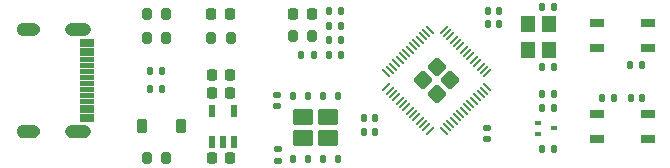
<source format=gtp>
%TF.GenerationSoftware,KiCad,Pcbnew,7.0.10*%
%TF.CreationDate,2024-01-31T11:17:04+08:00*%
%TF.ProjectId,UINIO-MCU-RP2040,55494e49-4f2d-44d4-9355-2d5250323034,Version 1.0.0*%
%TF.SameCoordinates,PX73394ecPY5396ed0*%
%TF.FileFunction,Paste,Top*%
%TF.FilePolarity,Positive*%
%FSLAX46Y46*%
G04 Gerber Fmt 4.6, Leading zero omitted, Abs format (unit mm)*
G04 Created by KiCad (PCBNEW 7.0.10) date 2024-01-31 11:17:04*
%MOMM*%
%LPD*%
G01*
G04 APERTURE LIST*
G04 Aperture macros list*
%AMRoundRect*
0 Rectangle with rounded corners*
0 $1 Rounding radius*
0 $2 $3 $4 $5 $6 $7 $8 $9 X,Y pos of 4 corners*
0 Add a 4 corners polygon primitive as box body*
4,1,4,$2,$3,$4,$5,$6,$7,$8,$9,$2,$3,0*
0 Add four circle primitives for the rounded corners*
1,1,$1+$1,$2,$3*
1,1,$1+$1,$4,$5*
1,1,$1+$1,$6,$7*
1,1,$1+$1,$8,$9*
0 Add four rect primitives between the rounded corners*
20,1,$1+$1,$2,$3,$4,$5,0*
20,1,$1+$1,$4,$5,$6,$7,0*
20,1,$1+$1,$6,$7,$8,$9,0*
20,1,$1+$1,$8,$9,$2,$3,0*%
G04 Aperture macros list end*
%ADD10C,0.120000*%
%ADD11R,1.150000X0.600000*%
%ADD12R,1.150000X0.300000*%
%ADD13RoundRect,0.225000X-0.225000X-0.250000X0.225000X-0.250000X0.225000X0.250000X-0.225000X0.250000X0*%
%ADD14RoundRect,0.135000X-0.135000X-0.185000X0.135000X-0.185000X0.135000X0.185000X-0.135000X0.185000X0*%
%ADD15RoundRect,0.250000X0.615000X-0.435000X0.615000X0.435000X-0.615000X0.435000X-0.615000X-0.435000X0*%
%ADD16RoundRect,0.125000X0.125000X-0.250000X0.125000X0.250000X-0.125000X0.250000X-0.125000X-0.250000X0*%
%ADD17RoundRect,0.140000X-0.170000X0.140000X-0.170000X-0.140000X0.170000X-0.140000X0.170000X0.140000X0*%
%ADD18RoundRect,0.140000X0.140000X0.170000X-0.140000X0.170000X-0.140000X-0.170000X0.140000X-0.170000X0*%
%ADD19RoundRect,0.135000X0.135000X0.185000X-0.135000X0.185000X-0.135000X-0.185000X0.135000X-0.185000X0*%
%ADD20RoundRect,0.135000X-0.185000X0.135000X-0.185000X-0.135000X0.185000X-0.135000X0.185000X0.135000X0*%
%ADD21RoundRect,0.225000X0.225000X0.250000X-0.225000X0.250000X-0.225000X-0.250000X0.225000X-0.250000X0*%
%ADD22R,1.200000X0.650000*%
%ADD23RoundRect,0.249999X0.558616X0.000000X0.000000X0.558616X-0.558616X0.000000X0.000000X-0.558616X0*%
%ADD24RoundRect,0.050000X0.309359X-0.238649X-0.238649X0.309359X-0.309359X0.238649X0.238649X-0.309359X0*%
%ADD25RoundRect,0.050000X0.309359X0.238649X0.238649X0.309359X-0.309359X-0.238649X-0.238649X-0.309359X0*%
%ADD26RoundRect,0.140000X-0.140000X-0.170000X0.140000X-0.170000X0.140000X0.170000X-0.140000X0.170000X0*%
%ADD27R,1.200000X1.400000*%
%ADD28R,0.510000X0.400000*%
%ADD29RoundRect,0.200000X0.200000X0.275000X-0.200000X0.275000X-0.200000X-0.275000X0.200000X-0.275000X0*%
%ADD30RoundRect,0.200000X-0.200000X-0.275000X0.200000X-0.275000X0.200000X0.275000X-0.200000X0.275000X0*%
%ADD31R,0.600000X1.000000*%
%ADD32RoundRect,0.225000X0.225000X0.375000X-0.225000X0.375000X-0.225000X-0.375000X0.225000X-0.375000X0*%
%ADD33RoundRect,0.218750X-0.218750X-0.256250X0.218750X-0.256250X0.218750X0.256250X-0.218750X0.256250X0*%
G04 APERTURE END LIST*
%TO.C,USB1*%
D10*
X2476000Y-9790000D02*
X1326000Y-9790000D01*
X1326000Y-9190000D01*
X2476000Y-9190000D01*
X2476000Y-9790000D01*
G36*
X2476000Y-9790000D02*
G01*
X1326000Y-9790000D01*
X1326000Y-9190000D01*
X2476000Y-9190000D01*
X2476000Y-9790000D01*
G37*
X2476000Y-10590000D02*
X1326000Y-10590000D01*
X1326000Y-9990000D01*
X2476000Y-9990000D01*
X2476000Y-10590000D01*
G36*
X2476000Y-10590000D02*
G01*
X1326000Y-10590000D01*
X1326000Y-9990000D01*
X2476000Y-9990000D01*
X2476000Y-10590000D01*
G37*
X2476000Y-11090000D02*
X1326000Y-11090000D01*
X1326000Y-10790000D01*
X2476000Y-10790000D01*
X2476000Y-11090000D01*
G36*
X2476000Y-11090000D02*
G01*
X1326000Y-11090000D01*
X1326000Y-10790000D01*
X2476000Y-10790000D01*
X2476000Y-11090000D01*
G37*
X2476000Y-11590000D02*
X1326000Y-11590000D01*
X1326000Y-11290000D01*
X2476000Y-11290000D01*
X2476000Y-11590000D01*
G36*
X2476000Y-11590000D02*
G01*
X1326000Y-11590000D01*
X1326000Y-11290000D01*
X2476000Y-11290000D01*
X2476000Y-11590000D01*
G37*
X2476000Y-12090000D02*
X1326000Y-12090000D01*
X1326000Y-11790000D01*
X2476000Y-11790000D01*
X2476000Y-12090000D01*
G36*
X2476000Y-12090000D02*
G01*
X1326000Y-12090000D01*
X1326000Y-11790000D01*
X2476000Y-11790000D01*
X2476000Y-12090000D01*
G37*
X2476000Y-12590000D02*
X1326000Y-12590000D01*
X1326000Y-12290000D01*
X2476000Y-12290000D01*
X2476000Y-12590000D01*
G36*
X2476000Y-12590000D02*
G01*
X1326000Y-12590000D01*
X1326000Y-12290000D01*
X2476000Y-12290000D01*
X2476000Y-12590000D01*
G37*
X2476000Y-13090000D02*
X1326000Y-13090000D01*
X1326000Y-12790000D01*
X2476000Y-12790000D01*
X2476000Y-13090000D01*
G36*
X2476000Y-13090000D02*
G01*
X1326000Y-13090000D01*
X1326000Y-12790000D01*
X2476000Y-12790000D01*
X2476000Y-13090000D01*
G37*
X2476000Y-13590000D02*
X1326000Y-13590000D01*
X1326000Y-13290000D01*
X2476000Y-13290000D01*
X2476000Y-13590000D01*
G36*
X2476000Y-13590000D02*
G01*
X1326000Y-13590000D01*
X1326000Y-13290000D01*
X2476000Y-13290000D01*
X2476000Y-13590000D01*
G37*
X2476000Y-14090000D02*
X1326000Y-14090000D01*
X1326000Y-13790000D01*
X2476000Y-13790000D01*
X2476000Y-14090000D01*
G36*
X2476000Y-14090000D02*
G01*
X1326000Y-14090000D01*
X1326000Y-13790000D01*
X2476000Y-13790000D01*
X2476000Y-14090000D01*
G37*
X2476000Y-14590000D02*
X1326000Y-14590000D01*
X1326000Y-14290000D01*
X2476000Y-14290000D01*
X2476000Y-14590000D01*
G36*
X2476000Y-14590000D02*
G01*
X1326000Y-14590000D01*
X1326000Y-14290000D01*
X2476000Y-14290000D01*
X2476000Y-14590000D01*
G37*
X2476000Y-15390000D02*
X1326000Y-15390000D01*
X1326000Y-14790000D01*
X2476000Y-14790000D01*
X2476000Y-15390000D01*
G36*
X2476000Y-15390000D02*
G01*
X1326000Y-15390000D01*
X1326000Y-14790000D01*
X2476000Y-14790000D01*
X2476000Y-15390000D01*
G37*
X2476000Y-16190000D02*
X1326000Y-16190000D01*
X1326000Y-15590000D01*
X2476000Y-15590000D01*
X2476000Y-16190000D01*
G36*
X2476000Y-16190000D02*
G01*
X1326000Y-16190000D01*
X1326000Y-15590000D01*
X2476000Y-15590000D01*
X2476000Y-16190000D01*
G37*
X1786000Y-7875000D02*
X1880000Y-7903000D01*
X1966000Y-7949000D01*
X2042000Y-8011000D01*
X2104000Y-8087000D01*
X2151000Y-8174000D01*
X2179000Y-8267000D01*
X2189000Y-8365000D01*
X2179000Y-8463000D01*
X2151000Y-8556000D01*
X2104000Y-8643000D01*
X2042000Y-8719000D01*
X1966000Y-8781000D01*
X1880000Y-8827000D01*
X1786000Y-8855000D01*
X1689000Y-8865000D01*
X589000Y-8865000D01*
X491000Y-8855000D01*
X397000Y-8827000D01*
X311000Y-8781000D01*
X235000Y-8719000D01*
X173000Y-8643000D01*
X127000Y-8556000D01*
X98000Y-8463000D01*
X89000Y-8365000D01*
X98000Y-8267000D01*
X127000Y-8174000D01*
X173000Y-8087000D01*
X235000Y-8011000D01*
X311000Y-7949000D01*
X397000Y-7903000D01*
X491000Y-7875000D01*
X589000Y-7865000D01*
X1689000Y-7865000D01*
X1786000Y-7875000D01*
G36*
X1786000Y-7875000D02*
G01*
X1880000Y-7903000D01*
X1966000Y-7949000D01*
X2042000Y-8011000D01*
X2104000Y-8087000D01*
X2151000Y-8174000D01*
X2179000Y-8267000D01*
X2189000Y-8365000D01*
X2179000Y-8463000D01*
X2151000Y-8556000D01*
X2104000Y-8643000D01*
X2042000Y-8719000D01*
X1966000Y-8781000D01*
X1880000Y-8827000D01*
X1786000Y-8855000D01*
X1689000Y-8865000D01*
X589000Y-8865000D01*
X491000Y-8855000D01*
X397000Y-8827000D01*
X311000Y-8781000D01*
X235000Y-8719000D01*
X173000Y-8643000D01*
X127000Y-8556000D01*
X98000Y-8463000D01*
X89000Y-8365000D01*
X98000Y-8267000D01*
X127000Y-8174000D01*
X173000Y-8087000D01*
X235000Y-8011000D01*
X311000Y-7949000D01*
X397000Y-7903000D01*
X491000Y-7875000D01*
X589000Y-7865000D01*
X1689000Y-7865000D01*
X1786000Y-7875000D01*
G37*
X-2514000Y-7875000D02*
X-2420000Y-7903000D01*
X-2334000Y-7949000D01*
X-2258000Y-8011000D01*
X-2196000Y-8087000D01*
X-2149000Y-8174000D01*
X-2121000Y-8267000D01*
X-2111000Y-8365000D01*
X-2121000Y-8463000D01*
X-2149000Y-8556000D01*
X-2196000Y-8643000D01*
X-2258000Y-8719000D01*
X-2334000Y-8781000D01*
X-2420000Y-8827000D01*
X-2514000Y-8855000D01*
X-2611000Y-8865000D01*
X-3511000Y-8865000D01*
X-3609000Y-8855000D01*
X-3703000Y-8827000D01*
X-3789000Y-8781000D01*
X-3865000Y-8719000D01*
X-3927000Y-8643000D01*
X-3973000Y-8556000D01*
X-4002000Y-8463000D01*
X-4011000Y-8365000D01*
X-4002000Y-8267000D01*
X-3973000Y-8174000D01*
X-3927000Y-8087000D01*
X-3865000Y-8011000D01*
X-3789000Y-7949000D01*
X-3703000Y-7903000D01*
X-3609000Y-7875000D01*
X-3511000Y-7865000D01*
X-2611000Y-7865000D01*
X-2514000Y-7875000D01*
G36*
X-2514000Y-7875000D02*
G01*
X-2420000Y-7903000D01*
X-2334000Y-7949000D01*
X-2258000Y-8011000D01*
X-2196000Y-8087000D01*
X-2149000Y-8174000D01*
X-2121000Y-8267000D01*
X-2111000Y-8365000D01*
X-2121000Y-8463000D01*
X-2149000Y-8556000D01*
X-2196000Y-8643000D01*
X-2258000Y-8719000D01*
X-2334000Y-8781000D01*
X-2420000Y-8827000D01*
X-2514000Y-8855000D01*
X-2611000Y-8865000D01*
X-3511000Y-8865000D01*
X-3609000Y-8855000D01*
X-3703000Y-8827000D01*
X-3789000Y-8781000D01*
X-3865000Y-8719000D01*
X-3927000Y-8643000D01*
X-3973000Y-8556000D01*
X-4002000Y-8463000D01*
X-4011000Y-8365000D01*
X-4002000Y-8267000D01*
X-3973000Y-8174000D01*
X-3927000Y-8087000D01*
X-3865000Y-8011000D01*
X-3789000Y-7949000D01*
X-3703000Y-7903000D01*
X-3609000Y-7875000D01*
X-3511000Y-7865000D01*
X-2611000Y-7865000D01*
X-2514000Y-7875000D01*
G37*
X1786000Y-16525000D02*
X1880000Y-16553000D01*
X1966000Y-16599000D01*
X2042000Y-16661000D01*
X2104000Y-16737000D01*
X2151000Y-16824000D01*
X2179000Y-16917000D01*
X2189000Y-17015000D01*
X2179000Y-17113000D01*
X2151000Y-17206000D01*
X2104000Y-17293000D01*
X2042000Y-17369000D01*
X1966000Y-17431000D01*
X1880000Y-17477000D01*
X1786000Y-17505000D01*
X1689000Y-17515000D01*
X589000Y-17515000D01*
X491000Y-17505000D01*
X397000Y-17477000D01*
X311000Y-17431000D01*
X235000Y-17369000D01*
X173000Y-17293000D01*
X127000Y-17206000D01*
X98000Y-17113000D01*
X89000Y-17015000D01*
X98000Y-16917000D01*
X127000Y-16824000D01*
X173000Y-16737000D01*
X235000Y-16661000D01*
X311000Y-16599000D01*
X397000Y-16553000D01*
X491000Y-16525000D01*
X589000Y-16515000D01*
X1689000Y-16515000D01*
X1786000Y-16525000D01*
G36*
X1786000Y-16525000D02*
G01*
X1880000Y-16553000D01*
X1966000Y-16599000D01*
X2042000Y-16661000D01*
X2104000Y-16737000D01*
X2151000Y-16824000D01*
X2179000Y-16917000D01*
X2189000Y-17015000D01*
X2179000Y-17113000D01*
X2151000Y-17206000D01*
X2104000Y-17293000D01*
X2042000Y-17369000D01*
X1966000Y-17431000D01*
X1880000Y-17477000D01*
X1786000Y-17505000D01*
X1689000Y-17515000D01*
X589000Y-17515000D01*
X491000Y-17505000D01*
X397000Y-17477000D01*
X311000Y-17431000D01*
X235000Y-17369000D01*
X173000Y-17293000D01*
X127000Y-17206000D01*
X98000Y-17113000D01*
X89000Y-17015000D01*
X98000Y-16917000D01*
X127000Y-16824000D01*
X173000Y-16737000D01*
X235000Y-16661000D01*
X311000Y-16599000D01*
X397000Y-16553000D01*
X491000Y-16525000D01*
X589000Y-16515000D01*
X1689000Y-16515000D01*
X1786000Y-16525000D01*
G37*
X-2514000Y-16525000D02*
X-2420000Y-16553000D01*
X-2334000Y-16599000D01*
X-2258000Y-16661000D01*
X-2196000Y-16737000D01*
X-2149000Y-16824000D01*
X-2121000Y-16917000D01*
X-2111000Y-17015000D01*
X-2121000Y-17113000D01*
X-2149000Y-17206000D01*
X-2196000Y-17293000D01*
X-2258000Y-17369000D01*
X-2334000Y-17431000D01*
X-2420000Y-17477000D01*
X-2514000Y-17505000D01*
X-2611000Y-17515000D01*
X-3511000Y-17515000D01*
X-3609000Y-17505000D01*
X-3703000Y-17477000D01*
X-3789000Y-17431000D01*
X-3865000Y-17369000D01*
X-3927000Y-17293000D01*
X-3973000Y-17206000D01*
X-4002000Y-17113000D01*
X-4011000Y-17015000D01*
X-4002000Y-16917000D01*
X-3973000Y-16824000D01*
X-3927000Y-16737000D01*
X-3865000Y-16661000D01*
X-3789000Y-16599000D01*
X-3703000Y-16553000D01*
X-3609000Y-16525000D01*
X-3511000Y-16515000D01*
X-2611000Y-16515000D01*
X-2514000Y-16525000D01*
G36*
X-2514000Y-16525000D02*
G01*
X-2420000Y-16553000D01*
X-2334000Y-16599000D01*
X-2258000Y-16661000D01*
X-2196000Y-16737000D01*
X-2149000Y-16824000D01*
X-2121000Y-16917000D01*
X-2111000Y-17015000D01*
X-2121000Y-17113000D01*
X-2149000Y-17206000D01*
X-2196000Y-17293000D01*
X-2258000Y-17369000D01*
X-2334000Y-17431000D01*
X-2420000Y-17477000D01*
X-2514000Y-17505000D01*
X-2611000Y-17515000D01*
X-3511000Y-17515000D01*
X-3609000Y-17505000D01*
X-3703000Y-17477000D01*
X-3789000Y-17431000D01*
X-3865000Y-17369000D01*
X-3927000Y-17293000D01*
X-3973000Y-17206000D01*
X-4002000Y-17113000D01*
X-4011000Y-17015000D01*
X-4002000Y-16917000D01*
X-3973000Y-16824000D01*
X-3927000Y-16737000D01*
X-3865000Y-16661000D01*
X-3789000Y-16599000D01*
X-3703000Y-16553000D01*
X-3609000Y-16525000D01*
X-3511000Y-16515000D01*
X-2611000Y-16515000D01*
X-2514000Y-16525000D01*
G37*
%TD*%
D11*
%TO.C,USB1*%
X1901000Y-9490000D03*
X1901000Y-10290000D03*
D12*
X1901000Y-11440000D03*
X1901000Y-12440000D03*
X1901000Y-12940000D03*
X1901000Y-13940000D03*
D11*
X1901000Y-15890000D03*
X1901000Y-15090000D03*
D12*
X1901000Y-14440000D03*
X1901000Y-13440000D03*
X1901000Y-11940000D03*
X1901000Y-10940000D03*
%TD*%
D13*
%TO.C,C3*%
X12495000Y-12230000D03*
X14045000Y-12230000D03*
%TD*%
D14*
%TO.C,R11*%
X20100000Y-10537500D03*
X21120000Y-10537500D03*
%TD*%
D15*
%TO.C,U2*%
X20235000Y-17550000D03*
X22385000Y-17550000D03*
X20235000Y-15850000D03*
X22385000Y-15850000D03*
D16*
X19405000Y-19400000D03*
X20675000Y-19400000D03*
X21945000Y-19400000D03*
X23215000Y-19400000D03*
X23215000Y-14000000D03*
X21945000Y-14000000D03*
X20675000Y-14000000D03*
X19405000Y-14000000D03*
%TD*%
D17*
%TO.C,C10*%
X35780000Y-16710000D03*
X35780000Y-17670000D03*
%TD*%
D18*
%TO.C,C12*%
X23410000Y-8102500D03*
X22450000Y-8102500D03*
%TD*%
D19*
%TO.C,R10*%
X41460000Y-18545000D03*
X40440000Y-18545000D03*
%TD*%
D20*
%TO.C,R5*%
X18080000Y-18500000D03*
X18080000Y-19520000D03*
%TD*%
D21*
%TO.C,C1*%
X14045000Y-19305000D03*
X12495000Y-19305000D03*
%TD*%
D18*
%TO.C,C4*%
X41440000Y-11620000D03*
X40480000Y-11620000D03*
%TD*%
D22*
%TO.C,SW1*%
X45100000Y-7847720D03*
X49400000Y-7847720D03*
X45100000Y-9997720D03*
X49400000Y-9997720D03*
%TD*%
D18*
%TO.C,C9*%
X26360000Y-17050000D03*
X25400000Y-17050000D03*
%TD*%
D23*
%TO.C,U3*%
X31557034Y-13826371D03*
X32688405Y-12695000D03*
X30425663Y-12695000D03*
X31557034Y-11563629D03*
D24*
X32149236Y-16964157D03*
X32432079Y-16681314D03*
X32714921Y-16398472D03*
X32997764Y-16115629D03*
X33280607Y-15832786D03*
X33563449Y-15549944D03*
X33846292Y-15267101D03*
X34129135Y-14984258D03*
X34411978Y-14701415D03*
X34694820Y-14418573D03*
X34977663Y-14135730D03*
X35260506Y-13852887D03*
X35543348Y-13570045D03*
X35826191Y-13287202D03*
D25*
X35826191Y-12102798D03*
X35543348Y-11819955D03*
X35260506Y-11537113D03*
X34977663Y-11254270D03*
X34694820Y-10971427D03*
X34411978Y-10688585D03*
X34129135Y-10405742D03*
X33846292Y-10122899D03*
X33563449Y-9840056D03*
X33280607Y-9557214D03*
X32997764Y-9274371D03*
X32714921Y-8991528D03*
X32432079Y-8708686D03*
X32149236Y-8425843D03*
D24*
X30964832Y-8425843D03*
X30681989Y-8708686D03*
X30399147Y-8991528D03*
X30116304Y-9274371D03*
X29833461Y-9557214D03*
X29550619Y-9840056D03*
X29267776Y-10122899D03*
X28984933Y-10405742D03*
X28702090Y-10688585D03*
X28419248Y-10971427D03*
X28136405Y-11254270D03*
X27853562Y-11537113D03*
X27570720Y-11819955D03*
X27287877Y-12102798D03*
D25*
X27287877Y-13287202D03*
X27570720Y-13570045D03*
X27853562Y-13852887D03*
X28136405Y-14135730D03*
X28419248Y-14418573D03*
X28702090Y-14701415D03*
X28984933Y-14984258D03*
X29267776Y-15267101D03*
X29550619Y-15549944D03*
X29833461Y-15832786D03*
X30116304Y-16115629D03*
X30399147Y-16398472D03*
X30681989Y-16681314D03*
X30964832Y-16964157D03*
%TD*%
D26*
%TO.C,C14*%
X47970000Y-14170000D03*
X48930000Y-14170000D03*
%TD*%
%TO.C,C17*%
X35869028Y-7910000D03*
X36829028Y-7910000D03*
%TD*%
D19*
%TO.C,R7*%
X8320000Y-11940000D03*
X7300000Y-11940000D03*
%TD*%
D22*
%TO.C,SW2*%
X45100000Y-15552569D03*
X49400000Y-15552569D03*
X45100000Y-17702569D03*
X49400000Y-17702569D03*
%TD*%
D26*
%TO.C,C13*%
X47950000Y-11370000D03*
X48910000Y-11370000D03*
%TD*%
%TO.C,C7*%
X35869028Y-6880000D03*
X36829028Y-6880000D03*
%TD*%
D27*
%TO.C,Y1*%
X39320000Y-7960000D03*
X39320000Y-10160000D03*
X41020000Y-10160000D03*
X41020000Y-7960000D03*
%TD*%
D26*
%TO.C,C5*%
X40480000Y-6500000D03*
X41440000Y-6500000D03*
%TD*%
D18*
%TO.C,C15*%
X23410000Y-9325000D03*
X22450000Y-9325000D03*
%TD*%
%TO.C,C8*%
X23410000Y-10547500D03*
X22450000Y-10547500D03*
%TD*%
D14*
%TO.C,R8*%
X22420000Y-6870000D03*
X23440000Y-6870000D03*
%TD*%
D28*
%TO.C,Q1*%
X40165000Y-16283332D03*
X40165000Y-17283332D03*
X41455000Y-16783332D03*
%TD*%
D29*
%TO.C,R1*%
X8645000Y-19305000D03*
X6995000Y-19305000D03*
%TD*%
D21*
%TO.C,C2*%
X14045000Y-13790000D03*
X12495000Y-13790000D03*
%TD*%
D30*
%TO.C,R3*%
X6995000Y-9090000D03*
X8645000Y-9090000D03*
%TD*%
D31*
%TO.C,U1*%
X12500000Y-17910000D03*
X13450000Y-17910000D03*
X14400000Y-17910000D03*
X14400000Y-15310000D03*
X12500000Y-15310000D03*
%TD*%
D32*
%TO.C,D1*%
X9870000Y-16600000D03*
X6570000Y-16600000D03*
%TD*%
D17*
%TO.C,C6*%
X18070000Y-13920000D03*
X18070000Y-14880000D03*
%TD*%
D33*
%TO.C,D3*%
X19422500Y-7130000D03*
X20997500Y-7130000D03*
%TD*%
D14*
%TO.C,R13*%
X45560000Y-14170000D03*
X46580000Y-14170000D03*
%TD*%
D33*
%TO.C,D2*%
X12482500Y-7130000D03*
X14057500Y-7130000D03*
%TD*%
D19*
%TO.C,R6*%
X8320000Y-13440000D03*
X7300000Y-13440000D03*
%TD*%
D14*
%TO.C,R9*%
X40440000Y-13860000D03*
X41460000Y-13860000D03*
%TD*%
D29*
%TO.C,R12*%
X21015000Y-8983750D03*
X19365000Y-8983750D03*
%TD*%
D30*
%TO.C,R2*%
X6995000Y-7090000D03*
X8645000Y-7090000D03*
%TD*%
D29*
%TO.C,R4*%
X14095000Y-9090000D03*
X12445000Y-9090000D03*
%TD*%
D26*
%TO.C,C16*%
X40490000Y-15031666D03*
X41450000Y-15031666D03*
%TD*%
D18*
%TO.C,C11*%
X26360000Y-15900000D03*
X25400000Y-15900000D03*
%TD*%
M02*

</source>
